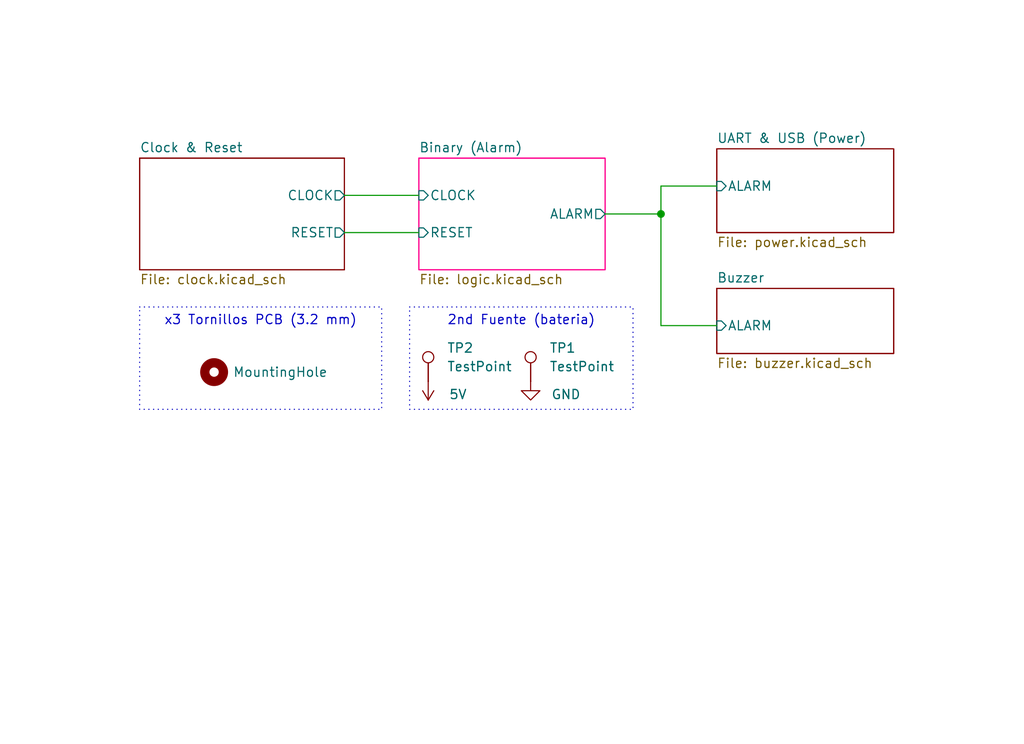
<source format=kicad_sch>
(kicad_sch
	(version 20250114)
	(generator "eeschema")
	(generator_version "9.0")
	(uuid "b7e46b49-ef9f-4f28-8032-5d189d1635e8")
	(paper "User" 139.7 101.6)
	(title_block
		(title "Esquematico Alarma Mate")
		(date "2025-04-26")
		(company "Universidad Catolica del Uruguay")
		(comment 1 "Alarma cada 5 minutos")
	)
	(lib_symbols
		(symbol "Connector:TestPoint"
			(pin_numbers
				(hide yes)
			)
			(pin_names
				(offset 0.762)
				(hide yes)
			)
			(exclude_from_sim no)
			(in_bom yes)
			(on_board yes)
			(property "Reference" "TP"
				(at 0 6.858 0)
				(effects
					(font
						(size 1.27 1.27)
					)
				)
			)
			(property "Value" "TestPoint"
				(at 0 5.08 0)
				(effects
					(font
						(size 1.27 1.27)
					)
				)
			)
			(property "Footprint" ""
				(at 5.08 0 0)
				(effects
					(font
						(size 1.27 1.27)
					)
					(hide yes)
				)
			)
			(property "Datasheet" "~"
				(at 5.08 0 0)
				(effects
					(font
						(size 1.27 1.27)
					)
					(hide yes)
				)
			)
			(property "Description" "test point"
				(at 0 0 0)
				(effects
					(font
						(size 1.27 1.27)
					)
					(hide yes)
				)
			)
			(property "ki_keywords" "test point tp"
				(at 0 0 0)
				(effects
					(font
						(size 1.27 1.27)
					)
					(hide yes)
				)
			)
			(property "ki_fp_filters" "Pin* Test*"
				(at 0 0 0)
				(effects
					(font
						(size 1.27 1.27)
					)
					(hide yes)
				)
			)
			(symbol "TestPoint_0_1"
				(circle
					(center 0 3.302)
					(radius 0.762)
					(stroke
						(width 0)
						(type default)
					)
					(fill
						(type none)
					)
				)
			)
			(symbol "TestPoint_1_1"
				(pin passive line
					(at 0 0 90)
					(length 2.54)
					(name "1"
						(effects
							(font
								(size 1.27 1.27)
							)
						)
					)
					(number "1"
						(effects
							(font
								(size 1.27 1.27)
							)
						)
					)
				)
			)
			(embedded_fonts no)
		)
		(symbol "Mechanical:MountingHole"
			(pin_names
				(offset 1.016)
			)
			(exclude_from_sim no)
			(in_bom no)
			(on_board yes)
			(property "Reference" "H"
				(at 0 5.08 0)
				(effects
					(font
						(size 1.27 1.27)
					)
				)
			)
			(property "Value" "MountingHole"
				(at 0 3.175 0)
				(effects
					(font
						(size 1.27 1.27)
					)
				)
			)
			(property "Footprint" ""
				(at 0 0 0)
				(effects
					(font
						(size 1.27 1.27)
					)
					(hide yes)
				)
			)
			(property "Datasheet" "~"
				(at 0 0 0)
				(effects
					(font
						(size 1.27 1.27)
					)
					(hide yes)
				)
			)
			(property "Description" "Mounting Hole without connection"
				(at 0 0 0)
				(effects
					(font
						(size 1.27 1.27)
					)
					(hide yes)
				)
			)
			(property "ki_keywords" "mounting hole"
				(at 0 0 0)
				(effects
					(font
						(size 1.27 1.27)
					)
					(hide yes)
				)
			)
			(property "ki_fp_filters" "MountingHole*"
				(at 0 0 0)
				(effects
					(font
						(size 1.27 1.27)
					)
					(hide yes)
				)
			)
			(symbol "MountingHole_0_1"
				(circle
					(center 0 0)
					(radius 1.27)
					(stroke
						(width 1.27)
						(type default)
					)
					(fill
						(type none)
					)
				)
			)
			(embedded_fonts no)
		)
		(symbol "power:GND"
			(power)
			(pin_numbers
				(hide yes)
			)
			(pin_names
				(offset 0)
				(hide yes)
			)
			(exclude_from_sim no)
			(in_bom yes)
			(on_board yes)
			(property "Reference" "#PWR"
				(at 0 -6.35 0)
				(effects
					(font
						(size 1.27 1.27)
					)
					(hide yes)
				)
			)
			(property "Value" "GND"
				(at 0 -3.81 0)
				(effects
					(font
						(size 1.27 1.27)
					)
				)
			)
			(property "Footprint" ""
				(at 0 0 0)
				(effects
					(font
						(size 1.27 1.27)
					)
					(hide yes)
				)
			)
			(property "Datasheet" ""
				(at 0 0 0)
				(effects
					(font
						(size 1.27 1.27)
					)
					(hide yes)
				)
			)
			(property "Description" "Power symbol creates a global label with name \"GND\" , ground"
				(at 0 0 0)
				(effects
					(font
						(size 1.27 1.27)
					)
					(hide yes)
				)
			)
			(property "ki_keywords" "global power"
				(at 0 0 0)
				(effects
					(font
						(size 1.27 1.27)
					)
					(hide yes)
				)
			)
			(symbol "GND_0_1"
				(polyline
					(pts
						(xy 0 0) (xy 0 -1.27) (xy 1.27 -1.27) (xy 0 -2.54) (xy -1.27 -1.27) (xy 0 -1.27)
					)
					(stroke
						(width 0)
						(type default)
					)
					(fill
						(type none)
					)
				)
			)
			(symbol "GND_1_1"
				(pin power_in line
					(at 0 0 270)
					(length 0)
					(name "~"
						(effects
							(font
								(size 1.27 1.27)
							)
						)
					)
					(number "1"
						(effects
							(font
								(size 1.27 1.27)
							)
						)
					)
				)
			)
			(embedded_fonts no)
		)
		(symbol "power:VCC"
			(power)
			(pin_numbers
				(hide yes)
			)
			(pin_names
				(offset 0)
				(hide yes)
			)
			(exclude_from_sim no)
			(in_bom yes)
			(on_board yes)
			(property "Reference" "#PWR"
				(at 0 -3.81 0)
				(effects
					(font
						(size 1.27 1.27)
					)
					(hide yes)
				)
			)
			(property "Value" "VCC"
				(at 0 3.556 0)
				(effects
					(font
						(size 1.27 1.27)
					)
				)
			)
			(property "Footprint" ""
				(at 0 0 0)
				(effects
					(font
						(size 1.27 1.27)
					)
					(hide yes)
				)
			)
			(property "Datasheet" ""
				(at 0 0 0)
				(effects
					(font
						(size 1.27 1.27)
					)
					(hide yes)
				)
			)
			(property "Description" "Power symbol creates a global label with name \"VCC\""
				(at 0 0 0)
				(effects
					(font
						(size 1.27 1.27)
					)
					(hide yes)
				)
			)
			(property "ki_keywords" "global power"
				(at 0 0 0)
				(effects
					(font
						(size 1.27 1.27)
					)
					(hide yes)
				)
			)
			(symbol "VCC_0_1"
				(polyline
					(pts
						(xy -0.762 1.27) (xy 0 2.54)
					)
					(stroke
						(width 0)
						(type default)
					)
					(fill
						(type none)
					)
				)
				(polyline
					(pts
						(xy 0 2.54) (xy 0.762 1.27)
					)
					(stroke
						(width 0)
						(type default)
					)
					(fill
						(type none)
					)
				)
				(polyline
					(pts
						(xy 0 0) (xy 0 2.54)
					)
					(stroke
						(width 0)
						(type default)
					)
					(fill
						(type none)
					)
				)
			)
			(symbol "VCC_1_1"
				(pin power_in line
					(at 0 0 90)
					(length 0)
					(name "~"
						(effects
							(font
								(size 1.27 1.27)
							)
						)
					)
					(number "1"
						(effects
							(font
								(size 1.27 1.27)
							)
						)
					)
				)
			)
			(embedded_fonts no)
		)
	)
	(text_box "2nd Fuente (bateria)"
		(exclude_from_sim no)
		(at 55.88 41.91 0)
		(size 30.48 13.97)
		(margins 0.9525 0.9525 0.9525 0.9525)
		(stroke
			(width 0)
			(type dot)
		)
		(fill
			(type none)
		)
		(effects
			(font
				(size 1.27 1.27)
			)
			(justify top)
		)
		(uuid "b8113fca-f947-4811-8d57-44b2a0447a5f")
	)
	(text_box "x3 Tornillos PCB (3.2 mm)\n"
		(exclude_from_sim no)
		(at 19.05 41.91 0)
		(size 33.02 13.97)
		(margins 0.9525 0.9525 0.9525 0.9525)
		(stroke
			(width 0)
			(type dot)
		)
		(fill
			(type none)
		)
		(effects
			(font
				(size 1.27 1.27)
			)
			(justify top)
		)
		(uuid "d7084c6f-b7e6-47d2-87b0-fc68777faae4")
	)
	(junction
		(at 90.17 29.21)
		(diameter 0)
		(color 0 0 0 0)
		(uuid "323e9435-43b7-4e0c-947b-d07d1514c1b1")
	)
	(wire
		(pts
			(xy 46.99 26.67) (xy 57.15 26.67)
		)
		(stroke
			(width 0)
			(type default)
		)
		(uuid "187a8c2f-d7dc-4ed6-8407-e8057c78b5b8")
	)
	(wire
		(pts
			(xy 46.99 31.75) (xy 57.15 31.75)
		)
		(stroke
			(width 0)
			(type default)
		)
		(uuid "1a05b6d9-f70f-4bf9-bafc-18389afc9baf")
	)
	(wire
		(pts
			(xy 90.17 29.21) (xy 90.17 25.4)
		)
		(stroke
			(width 0)
			(type default)
		)
		(uuid "1b0e1f75-7b17-4368-ac46-e1e50ce5d7a5")
	)
	(wire
		(pts
			(xy 90.17 25.4) (xy 97.79 25.4)
		)
		(stroke
			(width 0)
			(type default)
		)
		(uuid "5fed1981-bfcd-4eeb-a1e6-f290a3c750e2")
	)
	(wire
		(pts
			(xy 97.79 44.45) (xy 90.17 44.45)
		)
		(stroke
			(width 0)
			(type default)
		)
		(uuid "9a18f194-5dc9-42e5-8d82-b393ddffd20b")
	)
	(wire
		(pts
			(xy 90.17 29.21) (xy 90.17 44.45)
		)
		(stroke
			(width 0)
			(type default)
		)
		(uuid "dd856d45-0ddd-4545-b3b3-f249f49f590b")
	)
	(wire
		(pts
			(xy 82.55 29.21) (xy 90.17 29.21)
		)
		(stroke
			(width 0)
			(type default)
		)
		(uuid "fb6d5896-b3e9-4975-8b05-cb10116f2726")
	)
	(symbol
		(lib_id "power:GND")
		(at 72.39 52.07 0)
		(unit 1)
		(exclude_from_sim no)
		(in_bom yes)
		(on_board yes)
		(dnp no)
		(uuid "8927f2ec-4d5a-492d-bcf0-e84ce2130323")
		(property "Reference" "#PWR052"
			(at 72.39 58.42 0)
			(effects
				(font
					(size 1.27 1.27)
				)
				(hide yes)
			)
		)
		(property "Value" "GND"
			(at 77.216 53.848 0)
			(effects
				(font
					(size 1.27 1.27)
				)
			)
		)
		(property "Footprint" ""
			(at 72.39 52.07 0)
			(effects
				(font
					(size 1.27 1.27)
				)
				(hide yes)
			)
		)
		(property "Datasheet" ""
			(at 72.39 52.07 0)
			(effects
				(font
					(size 1.27 1.27)
				)
				(hide yes)
			)
		)
		(property "Description" "Power symbol creates a global label with name \"GND\" , ground"
			(at 72.39 52.07 0)
			(effects
				(font
					(size 1.27 1.27)
				)
				(hide yes)
			)
		)
		(pin "1"
			(uuid "94a9701b-830b-428a-9076-8c41eeeeea88")
		)
		(instances
			(project "board"
				(path "/b7e46b49-ef9f-4f28-8032-5d189d1635e8"
					(reference "#PWR052")
					(unit 1)
				)
			)
		)
	)
	(symbol
		(lib_id "Connector:TestPoint")
		(at 58.42 52.07 0)
		(unit 1)
		(exclude_from_sim no)
		(in_bom yes)
		(on_board yes)
		(dnp no)
		(fields_autoplaced yes)
		(uuid "bb68afbf-663e-4874-a14d-a91377758dcf")
		(property "Reference" "TP2"
			(at 60.96 47.4979 0)
			(effects
				(font
					(size 1.27 1.27)
				)
				(justify left)
			)
		)
		(property "Value" "TestPoint"
			(at 60.96 50.0379 0)
			(effects
				(font
					(size 1.27 1.27)
				)
				(justify left)
			)
		)
		(property "Footprint" "TestPoint:TestPoint_THTPad_D2.0mm_Drill1.0mm"
			(at 63.5 52.07 0)
			(effects
				(font
					(size 1.27 1.27)
				)
				(hide yes)
			)
		)
		(property "Datasheet" "~"
			(at 63.5 52.07 0)
			(effects
				(font
					(size 1.27 1.27)
				)
				(hide yes)
			)
		)
		(property "Description" "test point"
			(at 58.42 52.07 0)
			(effects
				(font
					(size 1.27 1.27)
				)
				(hide yes)
			)
		)
		(pin "1"
			(uuid "590dc1cc-aa2a-404d-8871-21e77abcdfe2")
		)
		(instances
			(project "board"
				(path "/b7e46b49-ef9f-4f28-8032-5d189d1635e8"
					(reference "TP2")
					(unit 1)
				)
			)
		)
	)
	(symbol
		(lib_id "power:VCC")
		(at 58.42 52.07 180)
		(unit 1)
		(exclude_from_sim no)
		(in_bom yes)
		(on_board yes)
		(dnp no)
		(uuid "cc1f6de1-a0fe-4480-a624-62b05d07817d")
		(property "Reference" "#PWR051"
			(at 58.42 48.26 0)
			(effects
				(font
					(size 1.27 1.27)
				)
				(hide yes)
			)
		)
		(property "Value" "5V"
			(at 62.484 53.848 0)
			(effects
				(font
					(size 1.27 1.27)
				)
			)
		)
		(property "Footprint" ""
			(at 58.42 52.07 0)
			(effects
				(font
					(size 1.27 1.27)
				)
				(hide yes)
			)
		)
		(property "Datasheet" ""
			(at 58.42 52.07 0)
			(effects
				(font
					(size 1.27 1.27)
				)
				(hide yes)
			)
		)
		(property "Description" "Power symbol creates a global label with name \"VCC\""
			(at 58.42 52.07 0)
			(effects
				(font
					(size 1.27 1.27)
				)
				(hide yes)
			)
		)
		(pin "1"
			(uuid "13a6844e-5de1-486b-9bf4-f4520b5d0df6")
		)
		(instances
			(project "board"
				(path "/b7e46b49-ef9f-4f28-8032-5d189d1635e8"
					(reference "#PWR051")
					(unit 1)
				)
			)
		)
	)
	(symbol
		(lib_id "Mechanical:MountingHole")
		(at 29.21 50.8 0)
		(unit 1)
		(exclude_from_sim no)
		(in_bom no)
		(on_board yes)
		(dnp no)
		(uuid "d9d6e3e2-d031-4c96-a9b5-857251cde713")
		(property "Reference" "H1"
			(at 31.75 49.5299 0)
			(effects
				(font
					(size 1.27 1.27)
				)
				(justify left)
				(hide yes)
			)
		)
		(property "Value" "MountingHole"
			(at 31.75 50.8 0)
			(effects
				(font
					(size 1.27 1.27)
				)
				(justify left)
			)
		)
		(property "Footprint" "MountingHole:MountingHole_3.2mm_M3"
			(at 29.21 50.8 0)
			(effects
				(font
					(size 1.27 1.27)
				)
				(hide yes)
			)
		)
		(property "Datasheet" "~"
			(at 29.21 50.8 0)
			(effects
				(font
					(size 1.27 1.27)
				)
				(hide yes)
			)
		)
		(property "Description" "Mounting Hole without connection"
			(at 29.21 50.8 0)
			(effects
				(font
					(size 1.27 1.27)
				)
				(hide yes)
			)
		)
		(instances
			(project ""
				(path "/b7e46b49-ef9f-4f28-8032-5d189d1635e8"
					(reference "H1")
					(unit 1)
				)
			)
		)
	)
	(symbol
		(lib_id "Connector:TestPoint")
		(at 72.39 52.07 0)
		(unit 1)
		(exclude_from_sim no)
		(in_bom yes)
		(on_board yes)
		(dnp no)
		(fields_autoplaced yes)
		(uuid "e5932ddf-83f3-4e5f-9edf-0ef335dfaa06")
		(property "Reference" "TP1"
			(at 74.93 47.4979 0)
			(effects
				(font
					(size 1.27 1.27)
				)
				(justify left)
			)
		)
		(property "Value" "TestPoint"
			(at 74.93 50.0379 0)
			(effects
				(font
					(size 1.27 1.27)
				)
				(justify left)
			)
		)
		(property "Footprint" "TestPoint:TestPoint_THTPad_2.0x2.0mm_Drill1.0mm"
			(at 77.47 52.07 0)
			(effects
				(font
					(size 1.27 1.27)
				)
				(hide yes)
			)
		)
		(property "Datasheet" "~"
			(at 77.47 52.07 0)
			(effects
				(font
					(size 1.27 1.27)
				)
				(hide yes)
			)
		)
		(property "Description" "test point"
			(at 72.39 52.07 0)
			(effects
				(font
					(size 1.27 1.27)
				)
				(hide yes)
			)
		)
		(pin "1"
			(uuid "ae39e98a-6213-4f15-84a1-2cfc8dd19c2f")
		)
		(instances
			(project ""
				(path "/b7e46b49-ef9f-4f28-8032-5d189d1635e8"
					(reference "TP1")
					(unit 1)
				)
			)
		)
	)
	(sheet
		(at 97.79 39.37)
		(size 24.13 8.89)
		(exclude_from_sim no)
		(in_bom yes)
		(on_board yes)
		(dnp no)
		(fields_autoplaced yes)
		(stroke
			(width 0.1524)
			(type solid)
		)
		(fill
			(color 0 0 0 0.0000)
		)
		(uuid "3ec600a3-3a7c-4649-a4d5-3d47a7a9c447")
		(property "Sheetname" "Buzzer"
			(at 97.79 38.6584 0)
			(effects
				(font
					(size 1.27 1.27)
				)
				(justify left bottom)
			)
		)
		(property "Sheetfile" "buzzer.kicad_sch"
			(at 97.79 48.8446 0)
			(effects
				(font
					(size 1.27 1.27)
				)
				(justify left top)
			)
		)
		(pin "ALARM" input
			(at 97.79 44.45 180)
			(uuid "b2db1324-d6df-469c-b33d-9778fe5fe8b0")
			(effects
				(font
					(size 1.27 1.27)
				)
				(justify left)
			)
		)
		(instances
			(project "board"
				(path "/b7e46b49-ef9f-4f28-8032-5d189d1635e8"
					(page "4")
				)
			)
		)
	)
	(sheet
		(at 19.05 21.59)
		(size 27.94 15.24)
		(exclude_from_sim no)
		(in_bom yes)
		(on_board yes)
		(dnp no)
		(stroke
			(width 0.1524)
			(type solid)
		)
		(fill
			(color 0 0 0 0.0000)
		)
		(uuid "54125375-855e-441b-804b-5df8c1e95e85")
		(property "Sheetname" "Clock & Reset"
			(at 19.05 20.8784 0)
			(effects
				(font
					(size 1.27 1.27)
				)
				(justify left bottom)
			)
		)
		(property "Sheetfile" "clock.kicad_sch"
			(at 19.05 37.4146 0)
			(effects
				(font
					(size 1.27 1.27)
				)
				(justify left top)
			)
		)
		(pin "CLOCK" output
			(at 46.99 26.67 0)
			(uuid "823d0e6d-2484-4f7c-ac1d-5477489ee856")
			(effects
				(font
					(size 1.27 1.27)
				)
				(justify right)
			)
		)
		(pin "RESET" output
			(at 46.99 31.75 0)
			(uuid "5d7e9c71-25fd-4be2-a27d-331d7c4720c9")
			(effects
				(font
					(size 1.27 1.27)
				)
				(justify right)
			)
		)
		(instances
			(project "board"
				(path "/b7e46b49-ef9f-4f28-8032-5d189d1635e8"
					(page "3")
				)
			)
		)
	)
	(sheet
		(at 97.79 20.32)
		(size 24.13 11.43)
		(exclude_from_sim no)
		(in_bom yes)
		(on_board yes)
		(dnp no)
		(fields_autoplaced yes)
		(stroke
			(width 0.1524)
			(type solid)
		)
		(fill
			(color 0 0 0 0.0000)
		)
		(uuid "e8b77128-18d9-44e8-a7db-c5581122a883")
		(property "Sheetname" "UART & USB (Power)"
			(at 97.79 19.6084 0)
			(effects
				(font
					(size 1.27 1.27)
				)
				(justify left bottom)
			)
		)
		(property "Sheetfile" "power.kicad_sch"
			(at 97.79 32.3346 0)
			(effects
				(font
					(size 1.27 1.27)
				)
				(justify left top)
			)
		)
		(pin "ALARM" input
			(at 97.79 25.4 180)
			(uuid "600ddda2-b2b7-4e77-b53c-48d30dafa28f")
			(effects
				(font
					(size 1.27 1.27)
				)
				(justify left)
			)
		)
		(instances
			(project "board"
				(path "/b7e46b49-ef9f-4f28-8032-5d189d1635e8"
					(page "5")
				)
			)
		)
	)
	(sheet
		(at 57.15 21.59)
		(size 25.4 15.24)
		(exclude_from_sim no)
		(in_bom yes)
		(on_board yes)
		(dnp no)
		(fields_autoplaced yes)
		(stroke
			(width 0.1524)
			(type solid)
			(color 255 0 142 1)
		)
		(fill
			(color 0 0 0 0.0000)
		)
		(uuid "e91b9587-39c5-4646-9688-60b72a61f716")
		(property "Sheetname" "Binary (Alarm)"
			(at 57.15 20.8784 0)
			(effects
				(font
					(size 1.27 1.27)
				)
				(justify left bottom)
			)
		)
		(property "Sheetfile" "logic.kicad_sch"
			(at 57.15 37.4146 0)
			(effects
				(font
					(size 1.27 1.27)
				)
				(justify left top)
			)
		)
		(pin "ALARM" output
			(at 82.55 29.21 0)
			(uuid "0e6752dd-e669-4f2f-b4f2-f6a31e81db60")
			(effects
				(font
					(size 1.27 1.27)
				)
				(justify right)
			)
		)
		(pin "CLOCK" input
			(at 57.15 26.67 180)
			(uuid "a6f849bc-0a47-4467-92cb-9829acd504ca")
			(effects
				(font
					(size 1.27 1.27)
				)
				(justify left)
			)
		)
		(pin "RESET" input
			(at 57.15 31.75 180)
			(uuid "43dc1105-7dbe-4690-8cb5-3cc13578c0ca")
			(effects
				(font
					(size 1.27 1.27)
				)
				(justify left)
			)
		)
		(instances
			(project "board"
				(path "/b7e46b49-ef9f-4f28-8032-5d189d1635e8"
					(page "2")
				)
			)
		)
	)
	(sheet_instances
		(path "/"
			(page "1")
		)
	)
	(embedded_fonts no)
)

</source>
